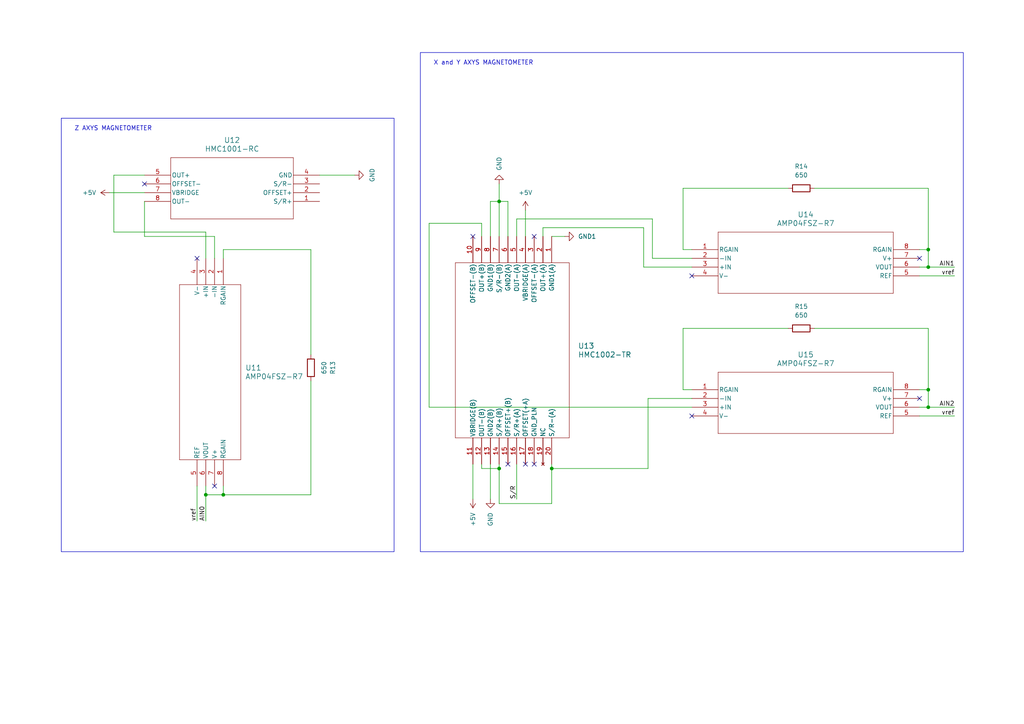
<source format=kicad_sch>
(kicad_sch (version 20230121) (generator eeschema)
  (paper "A4")
  (lib_symbols
    (symbol "Device:R" (pin_numbers hide) (pin_names (offset 0))
      (property "Reference" "R" (at 2.032 0 90))
      (property "Value" "R" (at 0 0 90))
      (symbol "R_0_1"
        (rectangle (start -1.016 -2.54) (end 1.016 2.54) (stroke (width 0.254)))
      )
      (symbol "R_1_1"
        (pin passive line (at 0 3.81 270) (length 1.27) (name "~") (number "1"))
        (pin passive line (at 0 -3.81 90) (length 1.27) (name "~") (number "2"))
      )
    )
    (symbol "adcs_board:AMP04FSZ-R7" (pin_names (offset 0.254))
      (property "Reference" "U" (at 33.02 10.16 0))
      (property "Value" "AMP04FSZ-R7" (at 33.02 7.62 0))
      (symbol "AMP04FSZ-R7_0_1"
        (polyline (pts (xy 7.62 -12.7) (xy 58.42 -12.7)) (stroke (width 0.127)))
        (polyline (pts (xy 7.62 5.08) (xy 7.62 -12.7)) (stroke (width 0.127)))
        (polyline (pts (xy 58.42 -12.7) (xy 58.42 5.08)) (stroke (width 0.127)))
        (polyline (pts (xy 58.42 5.08) (xy 7.62 5.08)) (stroke (width 0.127)))
        (pin unspecified line (at 0 0 0) (length 7.62) (name "RGAIN") (number "1"))
        (pin unspecified line (at 0 -2.54 0) (length 7.62) (name "-IN") (number "2"))
        (pin unspecified line (at 0 -5.08 0) (length 7.62) (name "+IN") (number "3"))
        (pin power_in line (at 0 -7.62 0) (length 7.62) (name "V-") (number "4"))
        (pin unspecified line (at 66.04 -7.62 180) (length 7.62) (name "REF") (number "5"))
        (pin unspecified line (at 66.04 -5.08 180) (length 7.62) (name "VOUT") (number "6"))
        (pin power_in line (at 66.04 -2.54 180) (length 7.62) (name "V+") (number "7"))
        (pin unspecified line (at 66.04 0 180) (length 7.62) (name "RGAIN") (number "8"))
      )
    )
    (symbol "adcs_board:HMC1001-RC" (pin_names (offset 0.254))
      (property "Reference" "U" (at 25.4 10.16 0))
      (property "Value" "HMC1001-RC" (at 25.4 7.62 0))
      (symbol "HMC1001-RC_0_1"
        (polyline (pts (xy 7.62 -12.7) (xy 43.18 -12.7)) (stroke (width 0.127)))
        (polyline (pts (xy 7.62 5.08) (xy 7.62 -12.7)) (stroke (width 0.127)))
        (polyline (pts (xy 43.18 -12.7) (xy 43.18 5.08)) (stroke (width 0.127)))
        (polyline (pts (xy 43.18 5.08) (xy 7.62 5.08)) (stroke (width 0.127)))
        (pin unspecified line (at 0 0 0) (length 7.62) (name "S/R+") (number "1"))
        (pin unspecified line (at 0 -2.54 0) (length 7.62) (name "OFFSET+") (number "2"))
        (pin unspecified line (at 0 -5.08 0) (length 7.62) (name "S/R-") (number "3"))
        (pin power_out line (at 0 -7.62 0) (length 7.62) (name "GND") (number "4"))
        (pin output line (at 50.8 -7.62 180) (length 7.62) (name "OUT+") (number "5"))
        (pin unspecified line (at 50.8 -5.08 180) (length 7.62) (name "OFFSET-") (number "6"))
        (pin unspecified line (at 50.8 -2.54 180) (length 7.62) (name "VBRIDGE") (number "7"))
        (pin output line (at 50.8 0 180) (length 7.62) (name "OUT-") (number "8"))
      )
    )
    (symbol "adcs_board:HMC1002-TR" (pin_names (offset 0.254))
      (property "Reference" "U" (at 33.02 10.16 0))
      (property "Value" "HMC1002-TR" (at 33.02 7.62 0))
      (symbol "HMC1002-TR_0_1"
        (polyline (pts (xy 7.62 -27.94) (xy 58.42 -27.94)) (stroke (width 0.127)))
        (polyline (pts (xy 7.62 5.08) (xy 7.62 -27.94)) (stroke (width 0.127)))
        (polyline (pts (xy 58.42 -27.94) (xy 58.42 5.08)) (stroke (width 0.127)))
        (polyline (pts (xy 58.42 5.08) (xy 7.62 5.08)) (stroke (width 0.127)))
        (pin power_out line (at 0 0 0) (length 7.62) (name "GND1(A)") (number "1"))
        (pin bidirectional line (at 0 -22.86 0) (length 7.62) (name "OFFSET-(B)") (number "10"))
        (pin unspecified line (at 66.04 -22.86 180) (length 7.62) (name "VBRIDGE(B)") (number "11"))
        (pin output line (at 66.04 -20.32 180) (length 7.62) (name "OUT-(B)") (number "12"))
        (pin power_out line (at 66.04 -17.78 180) (length 7.62) (name "GND2(B)") (number "13"))
        (pin unspecified line (at 66.04 -15.24 180) (length 7.62) (name "S/R+(B)") (number "14"))
        (pin unspecified line (at 66.04 -12.7 180) (length 7.62) (name "OFFSET+(B)") (number "15"))
        (pin unspecified line (at 66.04 -10.16 180) (length 7.62) (name "S/R+(A)") (number "16"))
        (pin unspecified line (at 66.04 -7.62 180) (length 7.62) (name "OFFSET(+A)") (number "17"))
        (pin power_out line (at 66.04 -5.08 180) (length 7.62) (name "GND_PLN") (number "18"))
        (pin no_connect line (at 66.04 -2.54 180) (length 7.62) (name "NC") (number "19"))
        (pin output line (at 0 -2.54 0) (length 7.62) (name "OUT+(A)") (number "2"))
        (pin bidirectional line (at 66.04 0 180) (length 7.62) (name "S/R-(A)") (number "20"))
        (pin bidirectional line (at 0 -5.08 0) (length 7.62) (name "OFFSET-(A)") (number "3"))
        (pin unspecified line (at 0 -7.62 0) (length 7.62) (name "VBRIDGE(A)") (number "4"))
        (pin output line (at 0 -10.16 0) (length 7.62) (name "OUT-(A)") (number "5"))
        (pin power_out line (at 0 -12.7 0) (length 7.62) (name "GND2(A)") (number "6"))
        (pin bidirectional line (at 0 -15.24 0) (length 7.62) (name "S/R-(B)") (number "7"))
        (pin power_out line (at 0 -17.78 0) (length 7.62) (name "GND1(B)") (number "8"))
        (pin output line (at 0 -20.32 0) (length 7.62) (name "OUT+(B)") (number "9"))
      )
    )
    (symbol "power:+5V" (power) (pin_names (offset 0))
      (property "Value" "+5V" (at 0 3.556 0))
      (symbol "+5V_0_1"
        (polyline (pts (xy -0.762 1.27) (xy 0 2.54)))
        (polyline (pts (xy 0 0) (xy 0 2.54)))
        (polyline (pts (xy 0 2.54) (xy 0.762 1.27)))
      )
      (symbol "+5V_1_1"
        (pin power_in line (at 0 0 90) (length 0) hide (name "+5V") (number "1"))
      )
    )
    (symbol "power:GND" (power) (pin_names (offset 0))
      (property "Value" "GND" (at 0 -3.81 0))
      (symbol "GND_0_1"
        (polyline (pts (xy 0 0) (xy 0 -1.27) (xy 1.27 -1.27) (xy 0 -2.54) (xy -1.27 -1.27) (xy 0 -1.27)))
      )
      (symbol "GND_1_1"
        (pin power_in line (at 0 0 270) (length 0) hide (name "GND") (number "1"))
      )
    )
    (symbol "power:GND1" (power) (pin_names (offset 0))
      (property "Value" "GND1" (at 0 -3.81 0))
      (symbol "GND1_0_1"
        (polyline (pts (xy 0 0) (xy 0 -1.27) (xy 1.27 -1.27) (xy 0 -2.54) (xy -1.27 -1.27) (xy 0 -1.27)))
      )
      (symbol "GND1_1_1"
        (pin power_in line (at 0 0 270) (length 0) hide (name "GND1") (number "1"))
      )
    )
  )
  (junction (at 144.78 58.42))
  (junction (at 269.24 72.39))
  (junction (at 64.77 143.51))
  (junction (at 59.69 143.51))
  (junction (at 160.02 135.89))
  (junction (at 269.24 113.03))
  (junction (at 269.24 77.47))
  (junction (at 144.78 135.89))
  (junction (at 269.24 118.11))
  (no_connect (at 137.16 68.58))
  (no_connect (at 147.32 134.62))
  (no_connect (at 266.7 74.93))
  (no_connect (at 200.66 80.01))
  (no_connect (at 62.23 140.97))
  (no_connect (at 154.94 134.62))
  (no_connect (at 41.91 53.34))
  (no_connect (at 152.4 134.62))
  (no_connect (at 200.66 120.65))
  (no_connect (at 57.15 74.93))
  (no_connect (at 154.94 68.58))
  (no_connect (at 266.7 115.57))
  (wire (pts (xy 160.02 135.89) (xy 187.96 135.89)))
  (wire (pts (xy 64.77 143.51) (xy 59.69 143.51)))
  (wire (pts (xy 59.69 143.51) (xy 59.69 151.13)))
  (wire (pts (xy 152.4 60.96) (xy 152.4 68.58)))
  (wire (pts (xy 266.7 118.11) (xy 269.24 118.11)))
  (wire (pts (xy 269.24 95.25) (xy 269.24 113.03)))
  (wire (pts (xy 186.69 66.04) (xy 157.48 66.04)))
  (wire (pts (xy 236.22 54.61) (xy 269.24 54.61)))
  (wire (pts (xy 41.91 68.58) (xy 62.23 68.58)))
  (wire (pts (xy 142.24 58.42) (xy 142.24 68.58)))
  (wire (pts (xy 41.91 58.42) (xy 41.91 68.58)))
  (wire (pts (xy 59.69 67.31) (xy 59.69 74.93)))
  (wire (pts (xy 59.69 140.97) (xy 59.69 143.51)))
  (wire (pts (xy 198.12 95.25) (xy 198.12 113.03)))
  (wire (pts (xy 187.96 135.89) (xy 187.96 115.57)))
  (wire (pts (xy 186.69 77.47) (xy 186.69 66.04)))
  (wire (pts (xy 64.77 143.51) (xy 64.77 140.97)))
  (wire (pts (xy 160.02 68.58) (xy 163.83 68.58)))
  (wire (pts (xy 144.78 134.62) (xy 144.78 135.89)))
  (wire (pts (xy 198.12 54.61) (xy 198.12 72.39)))
  (wire (pts (xy 33.02 50.8) (xy 33.02 67.31)))
  (wire (pts (xy 149.86 63.5) (xy 149.86 68.58)))
  (wire (pts (xy 269.24 72.39) (xy 266.7 72.39)))
  (wire (pts (xy 160.02 134.62) (xy 160.02 135.89)))
  (wire (pts (xy 142.24 134.62) (xy 142.24 144.78)))
  (wire (pts (xy 189.23 63.5) (xy 149.86 63.5)))
  (wire (pts (xy 90.17 102.87) (xy 90.17 72.39)))
  (wire (pts (xy 189.23 63.5) (xy 189.23 74.93)))
  (wire (pts (xy 139.7 135.89) (xy 144.78 135.89)))
  (wire (pts (xy 144.78 146.05) (xy 144.78 135.89)))
  (wire (pts (xy 144.78 58.42) (xy 142.24 58.42)))
  (wire (pts (xy 57.15 140.97) (xy 57.15 151.13)))
  (wire (pts (xy 266.7 77.47) (xy 269.24 77.47)))
  (wire (pts (xy 200.66 74.93) (xy 189.23 74.93)))
  (wire (pts (xy 269.24 54.61) (xy 269.24 72.39)))
  (wire (pts (xy 102.87 50.8) (xy 92.71 50.8)))
  (wire (pts (xy 160.02 135.89) (xy 160.02 146.05)))
  (wire (pts (xy 228.6 54.61) (xy 198.12 54.61)))
  (wire (pts (xy 144.78 58.42) (xy 144.78 68.58)))
  (wire (pts (xy 139.7 134.62) (xy 139.7 135.89)))
  (wire (pts (xy 157.48 66.04) (xy 157.48 68.58)))
  (wire (pts (xy 147.32 58.42) (xy 147.32 68.58)))
  (wire (pts (xy 41.91 55.88) (xy 31.75 55.88)))
  (wire (pts (xy 124.46 118.11) (xy 200.66 118.11)))
  (wire (pts (xy 236.22 95.25) (xy 269.24 95.25)))
  (wire (pts (xy 62.23 68.58) (xy 62.23 74.93)))
  (wire (pts (xy 137.16 134.62) (xy 137.16 144.78)))
  (wire (pts (xy 269.24 118.11) (xy 276.86 118.11)))
  (wire (pts (xy 160.02 146.05) (xy 144.78 146.05)))
  (wire (pts (xy 198.12 113.03) (xy 200.66 113.03)))
  (wire (pts (xy 64.77 72.39) (xy 64.77 74.93)))
  (wire (pts (xy 198.12 72.39) (xy 200.66 72.39)))
  (wire (pts (xy 269.24 113.03) (xy 269.24 118.11)))
  (wire (pts (xy 269.24 72.39) (xy 269.24 77.47)))
  (wire (pts (xy 33.02 67.31) (xy 59.69 67.31)))
  (wire (pts (xy 269.24 77.47) (xy 276.86 77.47)))
  (wire (pts (xy 124.46 64.77) (xy 124.46 118.11)))
  (wire (pts (xy 269.24 113.03) (xy 266.7 113.03)))
  (wire (pts (xy 200.66 77.47) (xy 186.69 77.47)))
  (wire (pts (xy 41.91 50.8) (xy 33.02 50.8)))
  (wire (pts (xy 266.7 120.65) (xy 276.86 120.65)))
  (wire (pts (xy 90.17 72.39) (xy 64.77 72.39)))
  (wire (pts (xy 147.32 58.42) (xy 144.78 58.42)))
  (wire (pts (xy 228.6 95.25) (xy 198.12 95.25)))
  (wire (pts (xy 144.78 53.34) (xy 144.78 58.42)))
  (wire (pts (xy 187.96 115.57) (xy 200.66 115.57)))
  (wire (pts (xy 139.7 64.77) (xy 124.46 64.77)))
  (wire (pts (xy 90.17 143.51) (xy 64.77 143.51)))
  (wire (pts (xy 139.7 68.58) (xy 139.7 64.77)))
  (wire (pts (xy 149.86 134.62) (xy 149.86 144.78)))
  (wire (pts (xy 90.17 110.49) (xy 90.17 143.51)))
  (wire (pts (xy 266.7 80.01) (xy 276.86 80.01)))
  (rectangle (start 121.92 15.24) (end 279.4 160.02))
  (rectangle (start 17.78 34.29) (end 114.3 160.02))
  (text "X and Y AXYS MAGNETOMETER" (at 125.73 19.05 0) (effects (font (size 1.27 1.27)) (justify left bottom)))
  (text "Z AXYS MAGNETOMETER\n" (at 21.59 38.1 0) (effects (font (size 1.27 1.27)) (justify left bottom)))
  (label "AIN1" (at 276.86 77.47 180))
  (label "S{slash}R" (at 149.86 144.78 90))
  (label "vref" (at 276.86 80.01 180))
  (label "vref" (at 276.86 120.65 180))
  (label "AIN0" (at 59.69 151.13 90))
  (label "vref" (at 57.15 151.13 90))
  (label "AIN2" (at 276.86 118.11 180))
  (symbol (lib_id "power:GND") (at 142.24 144.78 0) (unit 1)
    (property "Reference" "#PWR030" (effects hide))
    (property "Value" "GND" (at 142.24 148.59 90) (effects (justify right)))
  )
  (symbol (lib_id "power:GND") (at 102.87 50.8 90) (unit 1)
    (property "Reference" "#PWR028" (effects hide))
    (property "Value" "GND" (at 107.95 50.8 0))
  )
  (symbol (lib_id "Device:R") (at 90.17 106.68 0) (unit 1)
    (property "Reference" "R13" (at 96.52 106.68 90))
    (property "Value" "650" (at 93.98 106.68 90))
  )
  (symbol (lib_id "power:+5V") (at 31.75 55.88 90) (unit 1)
    (property "Reference" "#PWR027" (effects hide))
    (property "Value" "+5V" (at 27.94 55.88 90) (effects (justify left)))
  )
  (symbol (lib_id "power:+5V") (at 137.16 144.78 180) (unit 1)
    (property "Reference" "#PWR029" (effects hide))
    (property "Value" "+5V" (at 137.16 148.59 90) (effects (justify left)))
  )
  (symbol (lib_id "adcs_board:HMC1001-RC") (at 92.71 58.42 180) (unit 1)
    (property "Reference" "U12" (at 67.31 40.64 0) (effects (font (size 1.524 1.524))))
    (property "Value" "HMC1001-RC" (at 67.31 43.18 0) (effects (font (size 1.524 1.524))))
    (property "Footprint" "adcs_board:SIP8_HMC1001_HNW" (effects hide))
    (property "Datasheet" "HMC1001-RC" (effects hide))
  )
  (symbol (lib_id "Device:R") (at 232.41 95.25 90) (unit 1)
    (property "Reference" "R15" (at 232.41 88.9 90))
    (property "Value" "650" (at 232.41 91.44 90))
  )
  (symbol (lib_id "adcs_board:AMP04FSZ-R7") (at 200.66 113.03 0) (unit 1)
    (property "Reference" "U15" (at 233.68 102.87 0) (effects (font (size 1.524 1.524))))
    (property "Value" "AMP04FSZ-R7" (at 233.68 105.41 0) (effects (font (size 1.524 1.524))))
    (property "Footprint" "adcs_board:R_8_ADI" (effects hide))
    (property "Datasheet" "AMP04FSZ-R7" (effects hide))
  )
  (symbol (lib_id "power:+5V") (at 152.4 60.96 0) (unit 1)
    (property "Reference" "#PWR012" (effects hide))
    (property "Value" "+5V" (at 152.4 55.88 0))
  )
  (symbol (lib_id "adcs_board:HMC1002-TR") (at 160.02 68.58 270) (unit 1)
    (property "Reference" "U13" (at 167.64 100.33 90) (effects (font (size 1.524 1.524)) (justify left)))
    (property "Value" "HMC1002-TR" (at 167.64 102.87 90) (effects (font (size 1.524 1.524)) (justify left)))
    (property "Footprint" "adcs_board:SOIC20_HNW" (effects hide))
    (property "Datasheet" "HMC1002-TR" (effects hide))
  )
  (symbol (lib_id "adcs_board:AMP04FSZ-R7") (at 200.66 72.39 0) (unit 1)
    (property "Reference" "U14" (at 233.68 62.23 0) (effects (font (size 1.524 1.524))))
    (property "Value" "AMP04FSZ-R7" (at 233.68 64.77 0) (effects (font (size 1.524 1.524))))
    (property "Footprint" "adcs_board:R_8_ADI" (effects hide))
    (property "Datasheet" "AMP04FSZ-R7" (effects hide))
  )
  (symbol (lib_id "adcs_board:AMP04FSZ-R7") (at 64.77 74.93 270) (unit 1)
    (property "Reference" "U11" (at 71.12 106.68 90) (effects (font (size 1.524 1.524)) (justify left)))
    (property "Value" "AMP04FSZ-R7" (at 71.12 109.22 90) (effects (font (size 1.524 1.524)) (justify left)))
    (property "Footprint" "adcs_board:R_8_ADI" (effects hide))
    (property "Datasheet" "AMP04FSZ-R7" (effects hide))
  )
  (symbol (lib_id "power:GND") (at 144.78 53.34 180) (unit 1)
    (property "Reference" "#PWR031" (effects hide))
    (property "Value" "GND" (at 144.78 49.53 90) (effects (justify right)))
  )
  (symbol (lib_id "power:GND1") (at 163.83 68.58 90) (unit 1)
    (property "Reference" "#PWR011" (effects hide))
    (property "Value" "GND1" (at 167.64 68.58 90) (effects (justify right)))
  )
  (symbol (lib_id "Device:R") (at 232.41 54.61 90) (unit 1)
    (property "Reference" "R14" (at 232.41 48.26 90))
    (property "Value" "650" (at 232.41 50.8 90))
  )
)
</source>
